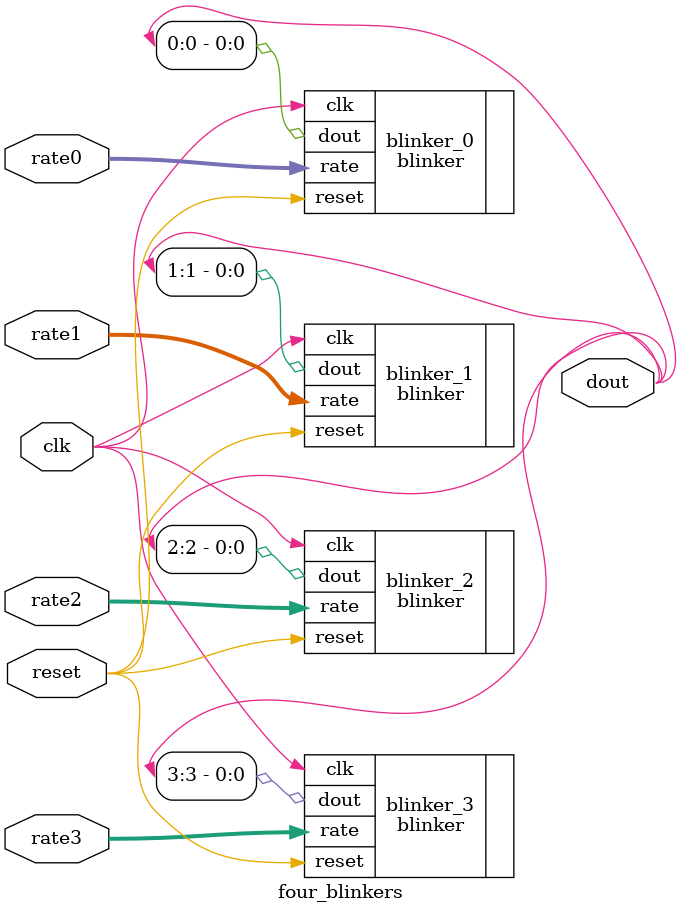
<source format=sv>
`timescale 1ns / 1ps


module four_blinkers
    #(parameter BITS = 32)
    (
    input logic clk, reset,
    input logic [BITS-1:0] rate0, rate1, rate2, rate3,
    output logic [3:0] dout
    );
    
    
    // instantiate blinkers
    blinker #(.BITS(BITS)) blinker_0
        (
        .clk(clk),
        .reset(reset),
        .rate(rate0),
        .dout(dout[0])
        );
        
    blinker #(.BITS(BITS)) blinker_1
        (
        .clk(clk),
        .reset(reset),
        .rate(rate1),
        .dout(dout[1])
        );
        
    blinker #(.BITS(BITS)) blinker_2
        (
        .clk(clk),
        .reset(reset),
        .rate(rate2),
        .dout(dout[2])
        );
        
    blinker #(.BITS(BITS)) blinker_3
        (
        .clk(clk),
        .reset(reset),
        .rate(rate3),
        .dout(dout[3])
        );
    
    
endmodule

</source>
